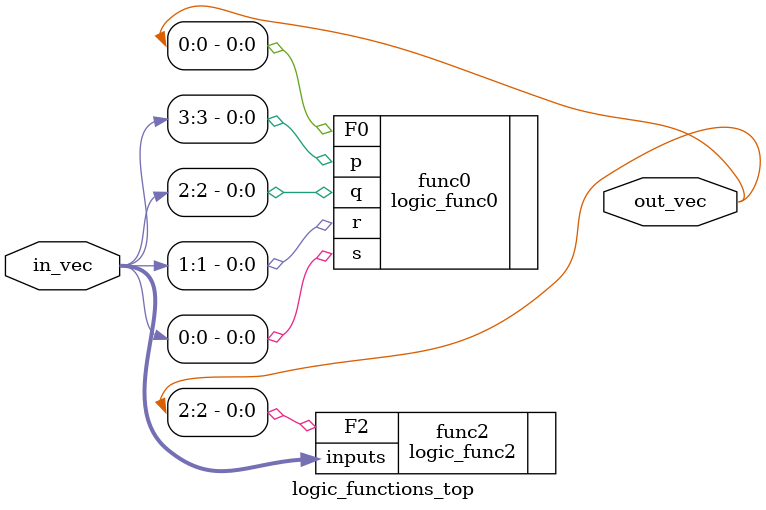
<source format=v>

module logic_functions_top (
    input  wire [3:0] in_vec,         // 4-bit input vector: {A,B,C,D}
    output wire [3:0] out_vec         // 4-bit output vector: {F3,F2,F1,F0}
);

// No intermediate wires needed - connect directly to vector bits

// TODO: Instantiate all four logic function modules
//
// NOTICE: Each module uses DIFFERENT input port names!
// You must match the port names exactly as defined in each module.
//
// COMPLETED FOR YOU: logic_func0 instantiation as an example
// logic_func0 uses ports: p, q, r, s (see logic_func0.v)
logic_func0 func0 (
    .p(in_vec[3]),      // Connect port p to A (MSB)
    .q(in_vec[2]),      // Connect port q to B
    .r(in_vec[1]),      // Connect port r to C
    .s(in_vec[0]),      // Connect port s to D (LSB)
    .F0(out_vec[0])     // Connect port F0 to output bit 0
);

// TODO: Complete the instantiation for logic_func1
// HINT: logic_func1 uses ports: w, x, y, z (check logic_func1.v)
// HINT: Connect w→in_vec[3], x→in_vec[2], y→in_vec[1], z→in_vec[0]
// HINT: Connect the output to out_vec[1]
//
// logic_func1 func1 (
//     .w(???),
//     .x(???),
//     .y(???),
//     .z(???),
//     .F1(???)
// );

// COMPLETED FOR YOU: logic_func2 instantiation as an example
// logic_func2 uses a vector port: inputs[3:0] (see logic_func2.v)
logic_func2 func2 (
    .inputs(in_vec),        // Connect vector port to in_vec
    .F2(out_vec[2])         // Connect port F2 to output bit 2
);

// TODO: Complete the instantiation for logic_func3
// HINT: logic_func3 uses ports: in_a, in_b, in_c, in_d (check logic_func3.v)
// HINT: Connect in_a→in_vec[3], in_b→in_vec[2], in_c→in_vec[1], in_d→in_vec[0]
// HINT: Connect the output to out_vec[3]
//
// logic_func3 func3 (
//     .in_a(???),
//     .in_b(???),
//     .in_c(???),
//     .in_d(???),
//     .F3(???)
// );

// No need to pack outputs - they are already connected directly to out_vec bits

endmodule

</source>
